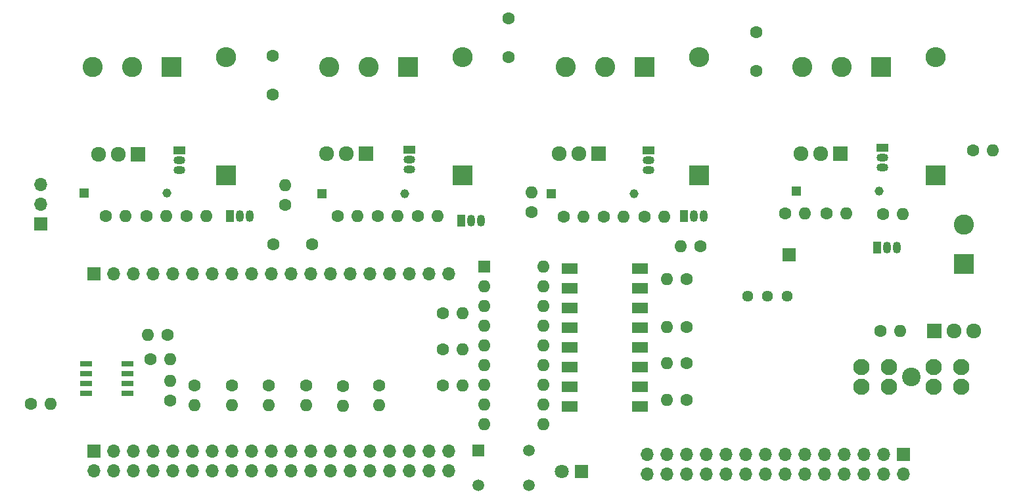
<source format=gbr>
%TF.GenerationSoftware,KiCad,Pcbnew,7.0.1*%
%TF.CreationDate,2023-06-01T20:04:05-07:00*%
%TF.ProjectId,MakeItRain,4d616b65-4974-4526-9169-6e2e6b696361,rev?*%
%TF.SameCoordinates,Original*%
%TF.FileFunction,Soldermask,Top*%
%TF.FilePolarity,Negative*%
%FSLAX46Y46*%
G04 Gerber Fmt 4.6, Leading zero omitted, Abs format (unit mm)*
G04 Created by KiCad (PCBNEW 7.0.1) date 2023-06-01 20:04:05*
%MOMM*%
%LPD*%
G01*
G04 APERTURE LIST*
%ADD10C,1.600000*%
%ADD11R,2.600000X2.600000*%
%ADD12O,2.600000X2.600000*%
%ADD13R,1.800000X1.800000*%
%ADD14C,1.800000*%
%ADD15R,1.700000X1.700000*%
%ADD16O,1.700000X1.700000*%
%ADD17C,2.600000*%
%ADD18R,1.920000X1.920000*%
%ADD19C,1.920000*%
%ADD20R,1.150000X1.150000*%
%ADD21C,1.150000*%
%ADD22O,1.600000X1.600000*%
%ADD23R,1.500000X1.050000*%
%ADD24O,1.500000X1.050000*%
%ADD25C,1.440000*%
%ADD26R,1.050000X1.500000*%
%ADD27O,1.050000X1.500000*%
%ADD28R,1.500000X0.650000*%
%ADD29R,1.600000X1.600000*%
%ADD30R,1.500000X1.500000*%
%ADD31C,1.500000*%
%ADD32C,2.400000*%
%ADD33C,2.100000*%
%ADD34R,2.100000X1.450000*%
G04 APERTURE END LIST*
D10*
%TO.C,C2*%
X89109000Y-69659700D03*
X89109000Y-74659700D03*
%TD*%
%TO.C,C3*%
X119449600Y-64825000D03*
X119449600Y-69825000D03*
%TD*%
%TO.C,C4*%
X151357900Y-66638300D03*
X151357900Y-71638300D03*
%TD*%
D11*
%TO.C,D3*%
X83061000Y-85060000D03*
D12*
X83061000Y-69820000D03*
%TD*%
D11*
%TO.C,D5*%
X113541000Y-85060000D03*
D12*
X113541000Y-69820000D03*
%TD*%
D11*
%TO.C,D7*%
X174501000Y-85060000D03*
D12*
X174501000Y-69820000D03*
%TD*%
D11*
%TO.C,D9*%
X144021000Y-85060000D03*
D12*
X144021000Y-69820000D03*
%TD*%
D13*
%TO.C,D1*%
X128872900Y-123268200D03*
D14*
X126332900Y-123268200D03*
%TD*%
D15*
%TO.C,J2*%
X66040000Y-120650000D03*
D16*
X66040000Y-123190000D03*
X68580000Y-120650000D03*
X68580000Y-123190000D03*
X71120000Y-120650000D03*
X71120000Y-123190000D03*
X73660000Y-120650000D03*
X73660000Y-123190000D03*
X76200000Y-120650000D03*
X76200000Y-123190000D03*
X78740000Y-120650000D03*
X78740000Y-123190000D03*
X81280000Y-120650000D03*
X81280000Y-123190000D03*
X83820000Y-120650000D03*
X83820000Y-123190000D03*
X86360000Y-120650000D03*
X86360000Y-123190000D03*
X88900000Y-120650000D03*
X88900000Y-123190000D03*
X91440000Y-120650000D03*
X91440000Y-123190000D03*
X93980000Y-120650000D03*
X93980000Y-123190000D03*
X96520000Y-120650000D03*
X96520000Y-123190000D03*
X99060000Y-120650000D03*
X99060000Y-123190000D03*
X101600000Y-120650000D03*
X101600000Y-123190000D03*
X104140000Y-120650000D03*
X104140000Y-123190000D03*
X106680000Y-120650000D03*
X106680000Y-123190000D03*
X109220000Y-120650000D03*
X109220000Y-123190000D03*
X111760000Y-120650000D03*
X111760000Y-123190000D03*
%TD*%
D15*
%TO.C,J3*%
X66040000Y-97790000D03*
D16*
X68580000Y-97790000D03*
X71120000Y-97790000D03*
X73660000Y-97790000D03*
X76200000Y-97790000D03*
X78740000Y-97790000D03*
X81280000Y-97790000D03*
X83820000Y-97790000D03*
X86360000Y-97790000D03*
X88900000Y-97790000D03*
X91440000Y-97790000D03*
X93980000Y-97790000D03*
X96520000Y-97790000D03*
X99060000Y-97790000D03*
X101600000Y-97790000D03*
X104140000Y-97790000D03*
X106680000Y-97790000D03*
X109220000Y-97790000D03*
X111760000Y-97790000D03*
%TD*%
D11*
%TO.C,P1*%
X178125700Y-96457800D03*
D17*
X178125700Y-91377800D03*
%TD*%
D18*
%TO.C,Q3*%
X71689700Y-82379600D03*
D19*
X69149700Y-82379600D03*
X66609700Y-82379600D03*
%TD*%
D18*
%TO.C,Q6*%
X101108600Y-82267600D03*
D19*
X98568600Y-82267600D03*
X96028600Y-82267600D03*
%TD*%
D18*
%TO.C,Q9*%
X131085700Y-82267600D03*
D19*
X128545700Y-82267600D03*
X126005700Y-82267600D03*
%TD*%
D18*
%TO.C,Q12*%
X162229200Y-82267600D03*
D19*
X159689200Y-82267600D03*
X157149200Y-82267600D03*
%TD*%
D18*
%TO.C,Q13*%
X174341600Y-105164100D03*
D19*
X176881600Y-105164100D03*
X179421600Y-105164100D03*
%TD*%
D11*
%TO.C,Z2*%
X106556000Y-71090000D03*
D17*
X101476000Y-71090000D03*
X96396000Y-71090000D03*
%TD*%
D11*
%TO.C,Z3*%
X137036000Y-71090000D03*
D17*
X131956000Y-71090000D03*
X126876000Y-71090000D03*
%TD*%
D11*
%TO.C,Z4*%
X167516000Y-71090000D03*
D17*
X162436000Y-71090000D03*
X157356000Y-71090000D03*
%TD*%
D11*
%TO.C,Z1*%
X76076000Y-71090000D03*
D17*
X70996000Y-71090000D03*
X65916000Y-71090000D03*
%TD*%
D15*
%TO.C,J1*%
X170349000Y-121042300D03*
D16*
X170349000Y-123582300D03*
X167809000Y-121042300D03*
X167809000Y-123582300D03*
X165269000Y-121042300D03*
X165269000Y-123582300D03*
X162729000Y-121042300D03*
X162729000Y-123582300D03*
X160189000Y-121042300D03*
X160189000Y-123582300D03*
X157649000Y-121042300D03*
X157649000Y-123582300D03*
X155109000Y-121042300D03*
X155109000Y-123582300D03*
X152569000Y-121042300D03*
X152569000Y-123582300D03*
X150029000Y-121042300D03*
X150029000Y-123582300D03*
X147489000Y-121042300D03*
X147489000Y-123582300D03*
X144949000Y-121042300D03*
X144949000Y-123582300D03*
X142409000Y-121042300D03*
X142409000Y-123582300D03*
X139869000Y-121042300D03*
X139869000Y-123582300D03*
X137329000Y-121042300D03*
X137329000Y-123582300D03*
%TD*%
D20*
%TO.C,Z5*%
X64792500Y-87395400D03*
D21*
X75492500Y-87395400D03*
%TD*%
D20*
%TO.C,Z6*%
X95418500Y-87436000D03*
D21*
X106118500Y-87436000D03*
%TD*%
D20*
%TO.C,Z8*%
X156564300Y-87104200D03*
D21*
X167264300Y-87104200D03*
%TD*%
D10*
%TO.C,R23*%
X75572300Y-105627200D03*
D22*
X73032300Y-105627200D03*
%TD*%
D10*
%TO.C,R31*%
X83822200Y-112140600D03*
D22*
X83822200Y-114680600D03*
%TD*%
D10*
%TO.C,R16*%
X131777400Y-90385900D03*
D22*
X134317400Y-90385900D03*
%TD*%
D23*
%TO.C,Q2*%
X77074800Y-81816600D03*
D24*
X77074800Y-83086600D03*
X77074800Y-84356600D03*
%TD*%
D10*
%TO.C,R24*%
X73376700Y-108765100D03*
D22*
X75916700Y-108765100D03*
%TD*%
D25*
%TO.C,RV1*%
X150281700Y-100622000D03*
X152821700Y-100622000D03*
X155361700Y-100622000D03*
%TD*%
D15*
%TO.C,J4*%
X155598900Y-95333800D03*
%TD*%
D26*
%TO.C,Q17*%
X166969300Y-94364700D03*
D27*
X168239300Y-94364700D03*
X169509300Y-94364700D03*
%TD*%
D10*
%TO.C,R15*%
X126614500Y-90392400D03*
D22*
X129154500Y-90392400D03*
%TD*%
D10*
%TO.C,R42*%
X142407900Y-98464700D03*
D22*
X139867900Y-98464700D03*
%TD*%
D15*
%TO.C,J5*%
X59207700Y-91310200D03*
D16*
X59207700Y-88770200D03*
X59207700Y-86230200D03*
%TD*%
D10*
%TO.C,R4*%
X98113700Y-112207200D03*
D22*
X98113700Y-114747200D03*
%TD*%
D10*
%TO.C,R18*%
X179350700Y-81833100D03*
D22*
X181890700Y-81833100D03*
%TD*%
D10*
%TO.C,R29*%
X142407900Y-104638100D03*
D22*
X139867900Y-104638100D03*
%TD*%
D26*
%TO.C,Q15*%
X113342900Y-90892300D03*
D27*
X114612900Y-90892300D03*
X115882900Y-90892300D03*
%TD*%
D10*
%TO.C,R25*%
X75859900Y-114068500D03*
D22*
X75859900Y-111528500D03*
%TD*%
D10*
%TO.C,R40*%
X142407900Y-113984100D03*
D22*
X139867900Y-113984100D03*
%TD*%
D10*
%TO.C,R33*%
X93402900Y-112140600D03*
D22*
X93402900Y-114680600D03*
%TD*%
D28*
%TO.C,IC1*%
X70402500Y-113220900D03*
X70402500Y-111950900D03*
X70402500Y-110680900D03*
X70402500Y-109410900D03*
X65002500Y-109410900D03*
X65002500Y-110680900D03*
X65002500Y-111950900D03*
X65002500Y-113220900D03*
%TD*%
D10*
%TO.C,R14*%
X136973400Y-90405200D03*
D22*
X139513400Y-90405200D03*
%TD*%
D23*
%TO.C,Q11*%
X167687500Y-81543000D03*
D24*
X167687500Y-82813000D03*
X167687500Y-84083000D03*
%TD*%
D10*
%TO.C,R27*%
X142407900Y-109312000D03*
D22*
X139867900Y-109312000D03*
%TD*%
D29*
%TO.C,U1*%
X116307900Y-96853800D03*
D22*
X116307900Y-99393800D03*
X116307900Y-101933800D03*
X116307900Y-104473800D03*
X116307900Y-107013800D03*
X116307900Y-109553800D03*
X116307900Y-112093800D03*
X116307900Y-114633800D03*
X116307900Y-117173800D03*
X123927900Y-117173800D03*
X123927900Y-114633800D03*
X123927900Y-112093800D03*
X123927900Y-109553800D03*
X123927900Y-107013800D03*
X123927900Y-104473800D03*
X123927900Y-101933800D03*
X123927900Y-99393800D03*
X123927900Y-96853800D03*
%TD*%
D30*
%TO.C,S1*%
X115616200Y-120523800D03*
D31*
X122116200Y-120523800D03*
X115616200Y-125023800D03*
X122116200Y-125023800D03*
%TD*%
D10*
%TO.C,R39*%
X90678000Y-88920900D03*
D22*
X90678000Y-86380900D03*
%TD*%
D26*
%TO.C,Q14*%
X83603600Y-90279500D03*
D27*
X84873600Y-90279500D03*
X86143600Y-90279500D03*
%TD*%
D10*
%TO.C,R6*%
X77976900Y-90313600D03*
D22*
X80516900Y-90313600D03*
%TD*%
D10*
%TO.C,R11*%
X97428100Y-90313600D03*
D22*
X99968100Y-90313600D03*
%TD*%
D10*
%TO.C,R7*%
X67592100Y-90313600D03*
D22*
X70132100Y-90313600D03*
%TD*%
D10*
%TO.C,R37*%
X110974300Y-107478900D03*
D22*
X113514300Y-107478900D03*
%TD*%
D32*
%TO.C,U2*%
X171378400Y-111050500D03*
D33*
X164978400Y-112300500D03*
X168478400Y-112300500D03*
X174278400Y-112300500D03*
X177778400Y-112300500D03*
X177778400Y-109800500D03*
X174278400Y-109800500D03*
X168478400Y-109800500D03*
X164978400Y-109800500D03*
%TD*%
D34*
%TO.C,IC2*%
X136439900Y-114870500D03*
X136439900Y-112330500D03*
X136439900Y-109790500D03*
X136439900Y-107250500D03*
X136439900Y-104710500D03*
X136439900Y-102170500D03*
X136439900Y-99630500D03*
X136439900Y-97090500D03*
X127339900Y-97090500D03*
X127339900Y-99630500D03*
X127339900Y-102170500D03*
X127339900Y-104710500D03*
X127339900Y-107250500D03*
X127339900Y-109790500D03*
X127339900Y-112330500D03*
X127339900Y-114870500D03*
%TD*%
D10*
%TO.C,R26*%
X122404600Y-89835700D03*
D22*
X122404600Y-87295700D03*
%TD*%
D10*
%TO.C,R36*%
X110974300Y-112149500D03*
D22*
X113514300Y-112149500D03*
%TD*%
D10*
%TO.C,R8*%
X72798600Y-90313600D03*
D22*
X75338600Y-90313600D03*
%TD*%
D23*
%TO.C,Q8*%
X137542600Y-81822900D03*
D24*
X137542600Y-83092900D03*
X137542600Y-84362900D03*
%TD*%
D23*
%TO.C,Q5*%
X106673400Y-81749200D03*
D24*
X106673400Y-83019200D03*
X106673400Y-84289200D03*
%TD*%
D10*
%TO.C,R41*%
X167722300Y-90027800D03*
D22*
X170262300Y-90027800D03*
%TD*%
D10*
%TO.C,R21*%
X167425100Y-105167700D03*
D22*
X169965100Y-105167700D03*
%TD*%
D10*
%TO.C,C1*%
X89195800Y-93955100D03*
X94195800Y-93955100D03*
%TD*%
%TO.C,R3*%
X102762800Y-112161900D03*
D22*
X102762800Y-114701900D03*
%TD*%
D10*
%TO.C,R30*%
X79031800Y-112140600D03*
D22*
X79031800Y-114680600D03*
%TD*%
D10*
%TO.C,R12*%
X102602700Y-90291400D03*
D22*
X105142700Y-90291400D03*
%TD*%
D10*
%TO.C,R28*%
X144200900Y-94255400D03*
D22*
X141660900Y-94255400D03*
%TD*%
D10*
%TO.C,R20*%
X160459300Y-89971000D03*
D22*
X162999300Y-89971000D03*
%TD*%
D10*
%TO.C,R19*%
X155096800Y-90020800D03*
D22*
X157636800Y-90020800D03*
%TD*%
D10*
%TO.C,R10*%
X107804100Y-90285900D03*
D22*
X110344100Y-90285900D03*
%TD*%
D10*
%TO.C,R32*%
X88612600Y-112140600D03*
D22*
X88612600Y-114680600D03*
%TD*%
D20*
%TO.C,Z7*%
X124968600Y-87436000D03*
D21*
X135668600Y-87436000D03*
%TD*%
D10*
%TO.C,R38*%
X110974300Y-102808300D03*
D22*
X113514300Y-102808300D03*
%TD*%
D10*
%TO.C,R34*%
X57889400Y-114568900D03*
D22*
X60429400Y-114568900D03*
%TD*%
D26*
%TO.C,Q16*%
X142102800Y-90291000D03*
D27*
X143372800Y-90291000D03*
X144642800Y-90291000D03*
%TD*%
M02*

</source>
